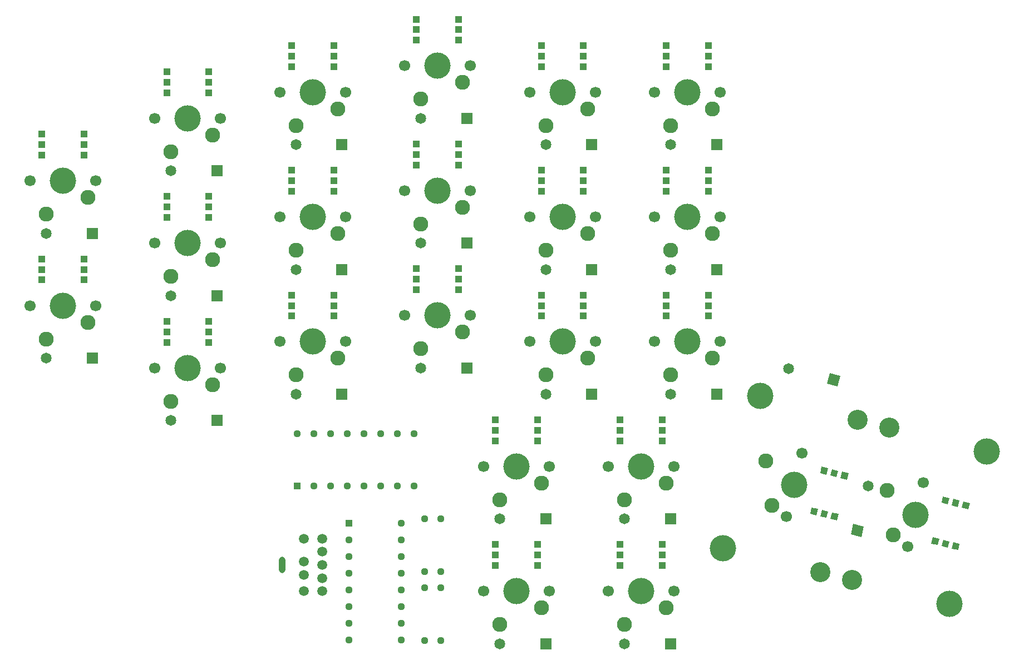
<source format=gbr>
%TF.GenerationSoftware,KiCad,Pcbnew,(5.1.10)-1*%
%TF.CreationDate,2021-08-19T22:28:45-05:00*%
%TF.ProjectId,LeftHand,4c656674-4861-46e6-942e-6b696361645f,rev?*%
%TF.SameCoordinates,Original*%
%TF.FileFunction,Soldermask,Bot*%
%TF.FilePolarity,Negative*%
%FSLAX46Y46*%
G04 Gerber Fmt 4.6, Leading zero omitted, Abs format (unit mm)*
G04 Created by KiCad (PCBNEW (5.1.10)-1) date 2021-08-19 22:28:45*
%MOMM*%
%LPD*%
G01*
G04 APERTURE LIST*
%ADD10C,4.000000*%
%ADD11C,1.700000*%
%ADD12C,2.286000*%
%ADD13C,1.651000*%
%ADD14R,1.651000X1.651000*%
%ADD15R,1.000000X1.000000*%
%ADD16C,3.050000*%
%ADD17C,0.100000*%
%ADD18C,1.130000*%
%ADD19R,1.130000X1.130000*%
%ADD20C,1.500000*%
%ADD21O,1.000000X2.500000*%
G04 APERTURE END LIST*
D10*
%TO.C,KX1*%
X59500000Y-63500000D03*
D11*
X54500000Y-63500000D03*
X64500000Y-63500000D03*
D12*
X63310000Y-66040000D03*
X56960000Y-68580000D03*
D13*
X56960000Y-71500000D03*
D14*
X63960000Y-71500000D03*
D15*
X62700000Y-59600000D03*
X62700000Y-58000000D03*
X62700000Y-56400000D03*
X56300000Y-59600000D03*
X56300000Y-58000000D03*
X56300000Y-56400000D03*
%TD*%
D16*
%TO.C,KT2_2*%
X147259150Y-76581322D03*
X141562971Y-99772009D03*
D10*
X162059236Y-80216572D03*
X156363057Y-103407259D03*
X151209000Y-89846400D03*
D11*
X152401667Y-84990729D03*
X150016333Y-94702071D03*
D12*
X147833506Y-92940547D03*
X146881513Y-86167969D03*
D13*
X144045801Y-85471451D03*
D17*
G36*
X141771305Y-91270810D02*
G01*
X143374648Y-91664629D01*
X142980829Y-93267972D01*
X141377486Y-92874153D01*
X141771305Y-91270810D01*
G37*
G36*
X158501060Y-87827524D02*
G01*
X159472194Y-88066058D01*
X159233660Y-89037192D01*
X158262526Y-88798658D01*
X158501060Y-87827524D01*
G37*
G36*
X156947246Y-87445870D02*
G01*
X157918380Y-87684404D01*
X157679846Y-88655538D01*
X156708712Y-88417004D01*
X156947246Y-87445870D01*
G37*
G36*
X155393431Y-87064217D02*
G01*
X156364565Y-87302751D01*
X156126031Y-88273885D01*
X155154897Y-88035351D01*
X155393431Y-87064217D01*
G37*
G36*
X156974446Y-94042783D02*
G01*
X157945580Y-94281317D01*
X157707046Y-95252451D01*
X156735912Y-95013917D01*
X156974446Y-94042783D01*
G37*
G36*
X155420631Y-93661130D02*
G01*
X156391765Y-93899664D01*
X156153231Y-94870798D01*
X155182097Y-94632264D01*
X155420631Y-93661130D01*
G37*
G36*
X153866817Y-93279476D02*
G01*
X154837951Y-93518010D01*
X154599417Y-94489144D01*
X153628283Y-94250610D01*
X153866817Y-93279476D01*
G37*
%TD*%
D10*
%TO.C,KT2_1*%
X121907764Y-94944228D03*
X127603943Y-71753541D03*
D16*
X142404029Y-75388791D03*
X136707850Y-98579478D03*
D10*
X132758000Y-85314400D03*
D11*
X133950667Y-80458729D03*
X131565333Y-90170071D03*
D12*
X129382506Y-88408547D03*
X128430513Y-81635969D03*
D13*
X131879707Y-67593367D03*
D17*
G36*
X138150575Y-68283603D02*
G01*
X139753918Y-68677422D01*
X139360099Y-70280765D01*
X137756756Y-69886946D01*
X138150575Y-68283603D01*
G37*
G36*
X135415817Y-88747476D02*
G01*
X136386951Y-88986010D01*
X136148417Y-89957144D01*
X135177283Y-89718610D01*
X135415817Y-88747476D01*
G37*
G36*
X136969631Y-89129130D02*
G01*
X137940765Y-89367664D01*
X137702231Y-90338798D01*
X136731097Y-90100264D01*
X136969631Y-89129130D01*
G37*
G36*
X138523446Y-89510783D02*
G01*
X139494580Y-89749317D01*
X139256046Y-90720451D01*
X138284912Y-90481917D01*
X138523446Y-89510783D01*
G37*
G36*
X136942431Y-82532217D02*
G01*
X137913565Y-82770751D01*
X137675031Y-83741885D01*
X136703897Y-83503351D01*
X136942431Y-82532217D01*
G37*
G36*
X138496246Y-82913870D02*
G01*
X139467380Y-83152404D01*
X139228846Y-84123538D01*
X138257712Y-83885004D01*
X138496246Y-82913870D01*
G37*
G36*
X140050060Y-83295524D02*
G01*
X141021194Y-83534058D01*
X140782660Y-84505192D01*
X139811526Y-84266658D01*
X140050060Y-83295524D01*
G37*
%TD*%
D10*
%TO.C,KA1*%
X40500000Y-48500000D03*
D11*
X35500000Y-48500000D03*
X45500000Y-48500000D03*
D12*
X44310000Y-51040000D03*
X37960000Y-53580000D03*
D13*
X37960000Y-56500000D03*
D14*
X44960000Y-56500000D03*
D15*
X37300000Y-41400000D03*
X37300000Y-43000000D03*
X37300000Y-44600000D03*
X43700000Y-41400000D03*
X43700000Y-43000000D03*
X43700000Y-44600000D03*
%TD*%
D10*
%TO.C,KB1*%
X116500000Y-63500000D03*
D11*
X111500000Y-63500000D03*
X121500000Y-63500000D03*
D12*
X120310000Y-66040000D03*
X113960000Y-68580000D03*
D13*
X113960000Y-71500000D03*
D14*
X120960000Y-71500000D03*
D15*
X119700000Y-59600000D03*
X119700000Y-58000000D03*
X119700000Y-56400000D03*
X113300000Y-59600000D03*
X113300000Y-58000000D03*
X113300000Y-56400000D03*
%TD*%
D10*
%TO.C,KC1*%
X78500000Y-59500000D03*
D11*
X73500000Y-59500000D03*
X83500000Y-59500000D03*
D12*
X82310000Y-62040000D03*
X75960000Y-64580000D03*
D13*
X75960000Y-67500000D03*
D14*
X82960000Y-67500000D03*
D15*
X81700000Y-55600000D03*
X81700000Y-54000000D03*
X81700000Y-52400000D03*
X75300000Y-55600000D03*
X75300000Y-54000000D03*
X75300000Y-52400000D03*
%TD*%
D10*
%TO.C,KD1*%
X78500000Y-40500000D03*
D11*
X73500000Y-40500000D03*
X83500000Y-40500000D03*
D12*
X82310000Y-43040000D03*
X75960000Y-45580000D03*
D13*
X75960000Y-48500000D03*
D14*
X82960000Y-48500000D03*
D15*
X75300000Y-33400000D03*
X75300000Y-35000000D03*
X75300000Y-36600000D03*
X81700000Y-33400000D03*
X81700000Y-35000000D03*
X81700000Y-36600000D03*
%TD*%
D10*
%TO.C,KE1*%
X78500000Y-21500000D03*
D11*
X73500000Y-21500000D03*
X83500000Y-21500000D03*
D12*
X82310000Y-24040000D03*
X75960000Y-26580000D03*
D13*
X75960000Y-29500000D03*
D14*
X82960000Y-29500000D03*
D15*
X81700000Y-17600000D03*
X81700000Y-16000000D03*
X81700000Y-14400000D03*
X75300000Y-17600000D03*
X75300000Y-16000000D03*
X75300000Y-14400000D03*
%TD*%
D10*
%TO.C,KESC1*%
X21500000Y-39000000D03*
D11*
X16500000Y-39000000D03*
X26500000Y-39000000D03*
D12*
X25310000Y-41540000D03*
X18960000Y-44080000D03*
D13*
X18960000Y-47000000D03*
D14*
X25960000Y-47000000D03*
D15*
X24700000Y-35100000D03*
X24700000Y-33500000D03*
X24700000Y-31900000D03*
X18300000Y-35100000D03*
X18300000Y-33500000D03*
X18300000Y-31900000D03*
%TD*%
D10*
%TO.C,KF1*%
X97500000Y-44500000D03*
D11*
X92500000Y-44500000D03*
X102500000Y-44500000D03*
D12*
X101310000Y-47040000D03*
X94960000Y-49580000D03*
D13*
X94960000Y-52500000D03*
D14*
X101960000Y-52500000D03*
D15*
X94300000Y-37400000D03*
X94300000Y-39000000D03*
X94300000Y-40600000D03*
X100700000Y-37400000D03*
X100700000Y-39000000D03*
X100700000Y-40600000D03*
%TD*%
D10*
%TO.C,KG1*%
X116500000Y-44500000D03*
D11*
X111500000Y-44500000D03*
X121500000Y-44500000D03*
D12*
X120310000Y-47040000D03*
X113960000Y-49580000D03*
D13*
X113960000Y-52500000D03*
D14*
X120960000Y-52500000D03*
D15*
X113300000Y-37400000D03*
X113300000Y-39000000D03*
X113300000Y-40600000D03*
X119700000Y-37400000D03*
X119700000Y-39000000D03*
X119700000Y-40600000D03*
%TD*%
D10*
%TO.C,KQ1*%
X40500000Y-29500000D03*
D11*
X35500000Y-29500000D03*
X45500000Y-29500000D03*
D12*
X44310000Y-32040000D03*
X37960000Y-34580000D03*
D13*
X37960000Y-37500000D03*
D14*
X44960000Y-37500000D03*
D15*
X43700000Y-25600000D03*
X43700000Y-24000000D03*
X43700000Y-22400000D03*
X37300000Y-25600000D03*
X37300000Y-24000000D03*
X37300000Y-22400000D03*
%TD*%
D10*
%TO.C,KR1*%
X97500000Y-25500000D03*
D11*
X92500000Y-25500000D03*
X102500000Y-25500000D03*
D12*
X101310000Y-28040000D03*
X94960000Y-30580000D03*
D13*
X94960000Y-33500000D03*
D14*
X101960000Y-33500000D03*
D15*
X100700000Y-21600000D03*
X100700000Y-20000000D03*
X100700000Y-18400000D03*
X94300000Y-21600000D03*
X94300000Y-20000000D03*
X94300000Y-18400000D03*
%TD*%
D10*
%TO.C,KS1*%
X59500000Y-44500000D03*
D11*
X54500000Y-44500000D03*
X64500000Y-44500000D03*
D12*
X63310000Y-47040000D03*
X56960000Y-49580000D03*
D13*
X56960000Y-52500000D03*
D14*
X63960000Y-52500000D03*
D15*
X56300000Y-37400000D03*
X56300000Y-39000000D03*
X56300000Y-40600000D03*
X62700000Y-37400000D03*
X62700000Y-39000000D03*
X62700000Y-40600000D03*
%TD*%
D10*
%TO.C,KT1*%
X116500000Y-25500000D03*
D11*
X111500000Y-25500000D03*
X121500000Y-25500000D03*
D12*
X120310000Y-28040000D03*
X113960000Y-30580000D03*
D13*
X113960000Y-33500000D03*
D14*
X120960000Y-33500000D03*
D15*
X119700000Y-21600000D03*
X119700000Y-20000000D03*
X119700000Y-18400000D03*
X113300000Y-21600000D03*
X113300000Y-20000000D03*
X113300000Y-18400000D03*
%TD*%
D10*
%TO.C,KTAB1*%
X21500000Y-58000000D03*
D11*
X16500000Y-58000000D03*
X26500000Y-58000000D03*
D12*
X25310000Y-60540000D03*
X18960000Y-63080000D03*
D13*
X18960000Y-66000000D03*
D14*
X25960000Y-66000000D03*
D15*
X18300000Y-50900000D03*
X18300000Y-52500000D03*
X18300000Y-54100000D03*
X24700000Y-50900000D03*
X24700000Y-52500000D03*
X24700000Y-54100000D03*
%TD*%
D10*
%TO.C,KTG_A1*%
X109500000Y-82500000D03*
D11*
X104500000Y-82500000D03*
X114500000Y-82500000D03*
D12*
X113310000Y-85040000D03*
X106960000Y-87580000D03*
D13*
X106960000Y-90500000D03*
D14*
X113960000Y-90500000D03*
D15*
X106300000Y-75400000D03*
X106300000Y-77000000D03*
X106300000Y-78600000D03*
X112700000Y-75400000D03*
X112700000Y-77000000D03*
X112700000Y-78600000D03*
%TD*%
D10*
%TO.C,KTG_B1*%
X90500000Y-82500000D03*
D11*
X85500000Y-82500000D03*
X95500000Y-82500000D03*
D12*
X94310000Y-85040000D03*
X87960000Y-87580000D03*
D13*
X87960000Y-90500000D03*
D14*
X94960000Y-90500000D03*
D15*
X87300000Y-75400000D03*
X87300000Y-77000000D03*
X87300000Y-78600000D03*
X93700000Y-75400000D03*
X93700000Y-77000000D03*
X93700000Y-78600000D03*
%TD*%
D10*
%TO.C,KTG_C1*%
X109500000Y-101500000D03*
D11*
X104500000Y-101500000D03*
X114500000Y-101500000D03*
D12*
X113310000Y-104040000D03*
X106960000Y-106580000D03*
D13*
X106960000Y-109500000D03*
D14*
X113960000Y-109500000D03*
D15*
X112700000Y-97600000D03*
X112700000Y-96000000D03*
X112700000Y-94400000D03*
X106300000Y-97600000D03*
X106300000Y-96000000D03*
X106300000Y-94400000D03*
%TD*%
D10*
%TO.C,KTG_D1*%
X90500000Y-101500000D03*
D11*
X85500000Y-101500000D03*
X95500000Y-101500000D03*
D12*
X94310000Y-104040000D03*
X87960000Y-106580000D03*
D13*
X87960000Y-109500000D03*
D14*
X94960000Y-109500000D03*
D15*
X93700000Y-97600000D03*
X93700000Y-96000000D03*
X93700000Y-94400000D03*
X87300000Y-97600000D03*
X87300000Y-96000000D03*
X87300000Y-94400000D03*
%TD*%
D10*
%TO.C,KV1*%
X97500000Y-63500000D03*
D11*
X92500000Y-63500000D03*
X102500000Y-63500000D03*
D12*
X101310000Y-66040000D03*
X94960000Y-68580000D03*
D13*
X94960000Y-71500000D03*
D14*
X101960000Y-71500000D03*
D15*
X100700000Y-59600000D03*
X100700000Y-58000000D03*
X100700000Y-56400000D03*
X94300000Y-59600000D03*
X94300000Y-58000000D03*
X94300000Y-56400000D03*
%TD*%
D10*
%TO.C,KW1*%
X59500000Y-25500000D03*
D11*
X54500000Y-25500000D03*
X64500000Y-25500000D03*
D12*
X63310000Y-28040000D03*
X56960000Y-30580000D03*
D13*
X56960000Y-33500000D03*
D14*
X63960000Y-33500000D03*
D15*
X62700000Y-21600000D03*
X62700000Y-20000000D03*
X62700000Y-18400000D03*
X56300000Y-21600000D03*
X56300000Y-20000000D03*
X56300000Y-18400000D03*
%TD*%
D10*
%TO.C,KZ1*%
X40500000Y-67500000D03*
D11*
X35500000Y-67500000D03*
X45500000Y-67500000D03*
D12*
X44310000Y-70040000D03*
X37960000Y-72580000D03*
D13*
X37960000Y-75500000D03*
D14*
X44960000Y-75500000D03*
D15*
X43700000Y-63600000D03*
X43700000Y-62000000D03*
X43700000Y-60400000D03*
X37300000Y-63600000D03*
X37300000Y-62000000D03*
X37300000Y-60400000D03*
%TD*%
D18*
%TO.C,R0*%
X76500000Y-109000000D03*
X76500000Y-101000000D03*
%TD*%
%TO.C,R1*%
X79000000Y-109000000D03*
X79000000Y-101000000D03*
%TD*%
%TO.C,R2*%
X76500000Y-90500000D03*
X76500000Y-98500000D03*
%TD*%
%TO.C,R3*%
X79000000Y-90500000D03*
X79000000Y-98500000D03*
%TD*%
%TO.C,UDEMUX1*%
X57110000Y-77530000D03*
X59650000Y-77530000D03*
X62190000Y-77530000D03*
X64730000Y-77530000D03*
X67270000Y-77530000D03*
X69810000Y-77530000D03*
X72350000Y-77530000D03*
X74890000Y-77530000D03*
X74890000Y-85470000D03*
X72350000Y-85470000D03*
X69810000Y-85470000D03*
X67270000Y-85470000D03*
X64730000Y-85470000D03*
X62190000Y-85470000D03*
X59650000Y-85470000D03*
D19*
X57110000Y-85470000D03*
%TD*%
D20*
%TO.C,UDINN9*%
X61000000Y-101500000D03*
X61000000Y-99500000D03*
X61000000Y-97500000D03*
X61000000Y-95500000D03*
X61000000Y-93500000D03*
X58200000Y-93500000D03*
X58200000Y-101500000D03*
X58200000Y-99000000D03*
X58200000Y-97000000D03*
D21*
X54850000Y-97500000D03*
%TD*%
D18*
%TO.C,UREG1*%
X72970000Y-91110000D03*
X72970000Y-93650000D03*
X72970000Y-96190000D03*
X72970000Y-98730000D03*
X72970000Y-101270000D03*
X72970000Y-103810000D03*
X72970000Y-106350000D03*
X72970000Y-108890000D03*
X65030000Y-108890000D03*
X65030000Y-106350000D03*
X65030000Y-103810000D03*
X65030000Y-101270000D03*
X65030000Y-98730000D03*
X65030000Y-96190000D03*
X65030000Y-93650000D03*
D19*
X65030000Y-91110000D03*
%TD*%
M02*

</source>
